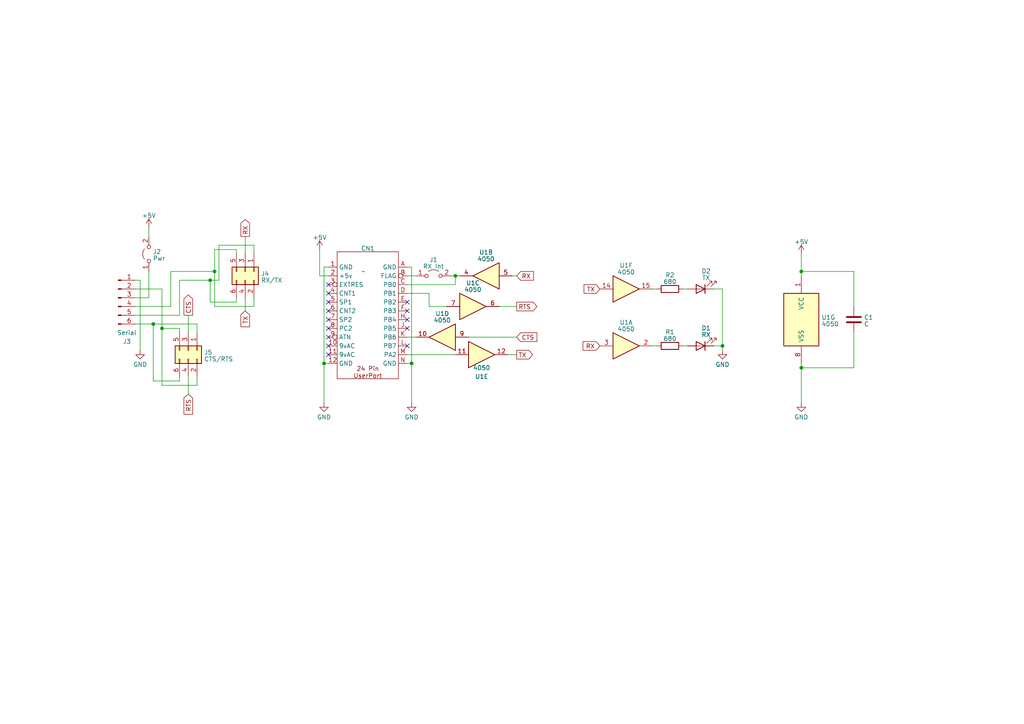
<source format=kicad_sch>
(kicad_sch (version 20230121) (generator eeschema)
  (paper "A4")
  (lib_symbols
    (symbol "4xxx:4050" (pin_names (offset 1.016))
      (property "Reference" "U" (at 0 1.27 0))
      (property "Value" "4050" (at 0 -1.27 0))
      (symbol "4050_1_0"
        (polyline (pts (xy -3.81 3.81) (xy -3.81 -3.81) (xy 3.81 0) (xy -3.81 3.81)) (stroke (width 0.254)) (fill (type background)))
        (pin output line (at 7.62 0 180) (length 3.81) (name "~") (number "2"))
        (pin input line (at -7.62 0 0) (length 3.81) (name "~") (number "3"))
      )
      (symbol "4050_2_0"
        (polyline (pts (xy -3.81 3.81) (xy -3.81 -3.81) (xy 3.81 0) (xy -3.81 3.81)) (stroke (width 0.254)) (fill (type background)))
        (pin output line (at 7.62 0 180) (length 3.81) (name "~") (number "4"))
        (pin input line (at -7.62 0 0) (length 3.81) (name "~") (number "5"))
      )
      (symbol "4050_3_0"
        (polyline (pts (xy -3.81 3.81) (xy -3.81 -3.81) (xy 3.81 0) (xy -3.81 3.81)) (stroke (width 0.254)) (fill (type background)))
        (pin output line (at 7.62 0 180) (length 3.81) (name "~") (number "6"))
        (pin input line (at -7.62 0 0) (length 3.81) (name "~") (number "7"))
      )
      (symbol "4050_4_0"
        (polyline (pts (xy -3.81 3.81) (xy -3.81 -3.81) (xy 3.81 0) (xy -3.81 3.81)) (stroke (width 0.254)) (fill (type background)))
        (pin output line (at 7.62 0 180) (length 3.81) (name "~") (number "10"))
        (pin input line (at -7.62 0 0) (length 3.81) (name "~") (number "9"))
      )
      (symbol "4050_5_0"
        (polyline (pts (xy -3.81 3.81) (xy -3.81 -3.81) (xy 3.81 0) (xy -3.81 3.81)) (stroke (width 0.254)) (fill (type background)))
        (pin input line (at -7.62 0 0) (length 3.81) (name "~") (number "11"))
        (pin output line (at 7.62 0 180) (length 3.81) (name "~") (number "12"))
      )
      (symbol "4050_6_0"
        (polyline (pts (xy -3.81 3.81) (xy -3.81 -3.81) (xy 3.81 0) (xy -3.81 3.81)) (stroke (width 0.254)) (fill (type background)))
        (pin input line (at -7.62 0 0) (length 3.81) (name "~") (number "14"))
        (pin output line (at 7.62 0 180) (length 3.81) (name "~") (number "15"))
      )
      (symbol "4050_7_0"
        (pin power_in line (at 0 12.7 270) (length 5.08) (name "VCC") (number "1"))
        (pin power_in line (at 0 -12.7 90) (length 5.08) (name "VSS") (number "8"))
      )
      (symbol "4050_7_1"
        (rectangle (start -5.08 7.62) (end 5.08 -7.62) (stroke (width 0.254)) (fill (type background)))
      )
    )
    (symbol "Connector:Conn_01x06_Pin" (pin_names (offset 1.016) hide)
      (property "Reference" "J" (at 0 7.62 0))
      (property "Value" "Conn_01x06_Pin" (at 0 -10.16 0))
      (symbol "Conn_01x06_Pin_1_1"
        (polyline (pts (xy 1.27 -7.62) (xy 0.8636 -7.62)) (stroke (width 0.1524)))
        (polyline (pts (xy 1.27 -5.08) (xy 0.8636 -5.08)) (stroke (width 0.1524)))
        (polyline (pts (xy 1.27 -2.54) (xy 0.8636 -2.54)) (stroke (width 0.1524)))
        (polyline (pts (xy 1.27 0) (xy 0.8636 0)) (stroke (width 0.1524)))
        (polyline (pts (xy 1.27 2.54) (xy 0.8636 2.54)) (stroke (width 0.1524)))
        (polyline (pts (xy 1.27 5.08) (xy 0.8636 5.08)) (stroke (width 0.1524)))
        (rectangle (start 0.8636 -7.493) (end 0 -7.747) (stroke (width 0.1524)) (fill (type outline)))
        (rectangle (start 0.8636 -4.953) (end 0 -5.207) (stroke (width 0.1524)) (fill (type outline)))
        (rectangle (start 0.8636 -2.413) (end 0 -2.667) (stroke (width 0.1524)) (fill (type outline)))
        (rectangle (start 0.8636 0.127) (end 0 -0.127) (stroke (width 0.1524)) (fill (type outline)))
        (rectangle (start 0.8636 2.667) (end 0 2.413) (stroke (width 0.1524)) (fill (type outline)))
        (rectangle (start 0.8636 5.207) (end 0 4.953) (stroke (width 0.1524)) (fill (type outline)))
        (pin passive line (at 5.08 5.08 180) (length 3.81) (name "Pin_1") (number "1"))
        (pin passive line (at 5.08 2.54 180) (length 3.81) (name "Pin_2") (number "2"))
        (pin passive line (at 5.08 0 180) (length 3.81) (name "Pin_3") (number "3"))
        (pin passive line (at 5.08 -2.54 180) (length 3.81) (name "Pin_4") (number "4"))
        (pin passive line (at 5.08 -5.08 180) (length 3.81) (name "Pin_5") (number "5"))
        (pin passive line (at 5.08 -7.62 180) (length 3.81) (name "Pin_6") (number "6"))
      )
    )
    (symbol "Connector_Generic:Conn_02x03_Odd_Even" (pin_names (offset 1.016) hide)
      (property "Reference" "J" (at 1.27 5.08 0))
      (property "Value" "Conn_02x03_Odd_Even" (at 1.27 -5.08 0))
      (symbol "Conn_02x03_Odd_Even_1_1"
        (rectangle (start -1.27 -2.413) (end 0 -2.667) (stroke (width 0.1524)))
        (rectangle (start -1.27 0.127) (end 0 -0.127) (stroke (width 0.1524)))
        (rectangle (start -1.27 2.667) (end 0 2.413) (stroke (width 0.1524)))
        (rectangle (start -1.27 3.81) (end 3.81 -3.81) (stroke (width 0.254)) (fill (type background)))
        (rectangle (start 3.81 -2.413) (end 2.54 -2.667) (stroke (width 0.1524)))
        (rectangle (start 3.81 0.127) (end 2.54 -0.127) (stroke (width 0.1524)))
        (rectangle (start 3.81 2.667) (end 2.54 2.413) (stroke (width 0.1524)))
        (pin passive line (at -5.08 2.54 0) (length 3.81) (name "Pin_1") (number "1"))
        (pin passive line (at 7.62 2.54 180) (length 3.81) (name "Pin_2") (number "2"))
        (pin passive line (at -5.08 0 0) (length 3.81) (name "Pin_3") (number "3"))
        (pin passive line (at 7.62 0 180) (length 3.81) (name "Pin_4") (number "4"))
        (pin passive line (at -5.08 -2.54 0) (length 3.81) (name "Pin_5") (number "5"))
        (pin passive line (at 7.62 -2.54 180) (length 3.81) (name "Pin_6") (number "6"))
      )
    )
    (symbol "Device:C" (pin_numbers hide) (pin_names (offset 0.254))
      (property "Reference" "C" (at 0.635 2.54 0))
      (property "Value" "C" (at 0.635 -2.54 0))
      (symbol "C_0_1"
        (polyline (pts (xy -2.032 -0.762) (xy 2.032 -0.762)) (stroke (width 0.508)))
        (polyline (pts (xy -2.032 0.762) (xy 2.032 0.762)) (stroke (width 0.508)))
      )
      (symbol "C_1_1"
        (pin passive line (at 0 3.81 270) (length 2.794) (name "~") (number "1"))
        (pin passive line (at 0 -3.81 90) (length 2.794) (name "~") (number "2"))
      )
    )
    (symbol "Device:LED" (pin_numbers hide) (pin_names (offset 1.016) hide)
      (property "Reference" "D" (at 0 2.54 0))
      (property "Value" "LED" (at 0 -2.54 0))
      (symbol "LED_0_1"
        (polyline (pts (xy -1.27 -1.27) (xy -1.27 1.27)) (stroke (width 0.254)))
        (polyline (pts (xy -1.27 0) (xy 1.27 0)))
        (polyline (pts (xy 1.27 -1.27) (xy 1.27 1.27) (xy -1.27 0) (xy 1.27 -1.27)) (stroke (width 0.254)))
        (polyline (pts (xy -3.048 -0.762) (xy -4.572 -2.286) (xy -3.81 -2.286) (xy -4.572 -2.286) (xy -4.572 -1.524)))
        (polyline (pts (xy -1.778 -0.762) (xy -3.302 -2.286) (xy -2.54 -2.286) (xy -3.302 -2.286) (xy -3.302 -1.524)))
      )
      (symbol "LED_1_1"
        (pin passive line (at -3.81 0 0) (length 2.54) (name "K") (number "1"))
        (pin passive line (at 3.81 0 180) (length 2.54) (name "A") (number "2"))
      )
    )
    (symbol "Device:R" (pin_numbers hide) (pin_names (offset 0))
      (property "Reference" "R" (at 2.032 0 90))
      (property "Value" "R" (at 0 0 90))
      (symbol "R_0_1"
        (rectangle (start -1.016 -2.54) (end 1.016 2.54) (stroke (width 0.254)))
      )
      (symbol "R_1_1"
        (pin passive line (at 0 3.81 270) (length 1.27) (name "~") (number "1"))
        (pin passive line (at 0 -3.81 90) (length 1.27) (name "~") (number "2"))
      )
    )
    (symbol "Jumper:Jumper_2_Open" (pin_names (offset 0) hide)
      (property "Reference" "JP" (at 0 2.794 0))
      (property "Value" "Jumper_2_Open" (at 0 -2.286 0))
      (symbol "Jumper_2_Open_0_0"
        (circle (center -2.032 0) (radius 0.508))
        (circle (center 2.032 0) (radius 0.508))
      )
      (symbol "Jumper_2_Open_0_1"
        (arc (start 1.524 1.27) (mid 0 1.778) (end -1.524 1.27))
      )
      (symbol "Jumper_2_Open_1_1"
        (pin passive line (at -5.08 0 0) (length 2.54) (name "A") (number "1"))
        (pin passive line (at 5.08 0 180) (length 2.54) (name "B") (number "2"))
      )
    )
    (symbol "UserPort_commodore:userport_cbm"
      (property "Reference" "CN1" (at 0 7.9469 0))
      (property "Value" "~" (at -1.27 1.27 0))
      (symbol "userport_cbm_0_1"
        (polyline (pts (xy -8.89 6.985) (xy -8.89 -29.845) (xy 8.89 -29.845) (xy 8.89 6.985) (xy -8.89 6.985) (xy -8.89 6.985)))
      )
      (symbol "userport_cbm_1_1"
        (text "24 Pin\nUserPort" (at 0 -27.94 0) (effects (font (size 1.27 1.27))))
        (pin power_out line (at -11.43 2.54 0) (length 2.54) (name "GND") (number "1"))
        (pin power_out line (at -11.43 -20.32 0) (length 2.54) (name "9vAC") (number "10"))
        (pin power_out line (at -11.43 -22.86 0) (length 2.54) (name "9vAC") (number "11"))
        (pin power_out line (at -11.43 -25.4 0) (length 2.54) (name "GND") (number "12"))
        (pin power_out line (at -11.43 0 0) (length 2.54) (name "+5v") (number "2"))
        (pin input inverted (at -11.43 -2.54 0) (length 2.54) (name "EXTRES") (number "3"))
        (pin input line (at -11.43 -5.08 0) (length 2.54) (name "CNT1") (number "4"))
        (pin bidirectional line (at -11.43 -7.62 0) (length 2.54) (name "SP1") (number "5"))
        (pin input line (at -11.43 -10.16 0) (length 2.54) (name "CNT2") (number "6"))
        (pin bidirectional line (at -11.43 -12.7 0) (length 2.54) (name "SP2") (number "7"))
        (pin output line (at -11.43 -15.24 0) (length 2.54) (name "PC2") (number "8"))
        (pin output inverted (at -11.43 -17.78 0) (length 2.54) (name "ATN") (number "9"))
        (pin power_out line (at 11.43 2.54 180) (length 2.54) (name "GND") (number "A"))
        (pin input inverted (at 11.43 0 180) (length 2.54) (name "FLAG") (number "B"))
        (pin bidirectional line (at 11.43 -2.54 180) (length 2.54) (name "PB0") (number "C"))
        (pin bidirectional line (at 11.43 -5.08 180) (length 2.54) (name "PB1") (number "D"))
        (pin bidirectional line (at 11.43 -7.62 180) (length 2.54) (name "PB2") (number "E"))
        (pin bidirectional line (at 11.43 -10.16 180) (length 2.54) (name "PB3") (number "F"))
        (pin bidirectional line (at 11.43 -12.7 180) (length 2.54) (name "PB4") (number "H"))
        (pin bidirectional line (at 11.43 -15.24 180) (length 2.54) (name "PB5") (number "J"))
        (pin bidirectional line (at 11.43 -17.78 180) (length 2.54) (name "PB6") (number "K"))
        (pin bidirectional line (at 11.43 -20.32 180) (length 2.54) (name "PB7") (number "L"))
        (pin bidirectional line (at 11.43 -22.86 180) (length 2.54) (name "PA2") (number "M"))
        (pin power_out line (at 11.43 -25.4 180) (length 2.54) (name "GND") (number "N"))
      )
    )
    (symbol "power:+5V" (power) (pin_names (offset 0))
      (property "Value" "+5V" (at 0 3.556 0))
      (symbol "+5V_0_1"
        (polyline (pts (xy -0.762 1.27) (xy 0 2.54)))
        (polyline (pts (xy 0 0) (xy 0 2.54)))
        (polyline (pts (xy 0 2.54) (xy 0.762 1.27)))
      )
      (symbol "+5V_1_1"
        (pin power_in line (at 0 0 90) (length 0) hide (name "+5V") (number "1"))
      )
    )
    (symbol "power:GND" (power) (pin_names (offset 0))
      (property "Value" "GND" (at 0 -3.81 0))
      (symbol "GND_0_1"
        (polyline (pts (xy 0 0) (xy 0 -1.27) (xy 1.27 -1.27) (xy 0 -2.54) (xy -1.27 -1.27) (xy 0 -1.27)))
      )
      (symbol "GND_1_1"
        (pin power_in line (at 0 0 270) (length 0) hide (name "GND") (number "1"))
      )
    )
  )
  (junction (at 44.45 93.98))
  (junction (at 93.98 105.41))
  (junction (at 46.99 95.25))
  (junction (at 132.08 80.01))
  (junction (at 62.23 78.74))
  (junction (at 232.41 78.74))
  (junction (at 60.96 81.28))
  (junction (at 119.38 105.41))
  (junction (at 209.55 100.33))
  (junction (at 232.41 106.68))
  (no_connect (at 118.11 90.17))
  (no_connect (at 95.25 102.87))
  (no_connect (at 118.11 100.33))
  (no_connect (at 118.11 95.25))
  (no_connect (at 95.25 97.79))
  (no_connect (at 95.25 90.17))
  (no_connect (at 95.25 100.33))
  (no_connect (at 95.25 87.63))
  (no_connect (at 95.25 85.09))
  (no_connect (at 118.11 92.71))
  (no_connect (at 95.25 92.71))
  (no_connect (at 118.11 87.63))
  (no_connect (at 95.25 95.25))
  (no_connect (at 95.25 82.55))
  (wire (pts (xy 73.66 88.9) (xy 62.23 88.9)))
  (wire (pts (xy 95.25 77.47) (xy 93.98 77.47)))
  (wire (pts (xy 132.08 80.01) (xy 133.35 80.01)))
  (wire (pts (xy 95.25 80.01) (xy 92.71 80.01)))
  (wire (pts (xy 52.07 109.22) (xy 52.07 110.49)))
  (wire (pts (xy 52.07 81.28) (xy 52.07 91.44)))
  (wire (pts (xy 73.66 73.66) (xy 73.66 71.12)))
  (wire (pts (xy 43.18 78.74) (xy 43.18 86.36)))
  (wire (pts (xy 189.23 100.33) (xy 190.5 100.33)))
  (wire (pts (xy 63.5 81.28) (xy 60.96 81.28)))
  (wire (pts (xy 198.12 83.82) (xy 199.39 83.82)))
  (wire (pts (xy 39.37 83.82) (xy 46.99 83.82)))
  (wire (pts (xy 60.96 87.63) (xy 60.96 81.28)))
  (wire (pts (xy 46.99 83.82) (xy 46.99 95.25)))
  (wire (pts (xy 52.07 96.52) (xy 52.07 95.25)))
  (wire (pts (xy 135.89 97.79) (xy 149.86 97.79)))
  (wire (pts (xy 189.23 83.82) (xy 190.5 83.82)))
  (wire (pts (xy 207.01 83.82) (xy 209.55 83.82)))
  (wire (pts (xy 130.81 80.01) (xy 132.08 80.01)))
  (wire (pts (xy 68.58 87.63) (xy 68.58 86.36)))
  (wire (pts (xy 119.38 116.84) (xy 119.38 105.41)))
  (wire (pts (xy 92.71 80.01) (xy 92.71 72.39)))
  (wire (pts (xy 247.65 78.74) (xy 247.65 88.9)))
  (wire (pts (xy 68.58 87.63) (xy 60.96 87.63)))
  (wire (pts (xy 144.78 88.9) (xy 149.86 88.9)))
  (wire (pts (xy 118.11 97.79) (xy 120.65 97.79)))
  (wire (pts (xy 232.41 73.66) (xy 232.41 78.74)))
  (wire (pts (xy 119.38 77.47) (xy 119.38 105.41)))
  (wire (pts (xy 52.07 91.44) (xy 39.37 91.44)))
  (wire (pts (xy 118.11 82.55) (xy 132.08 82.55)))
  (wire (pts (xy 46.99 95.25) (xy 46.99 111.76)))
  (wire (pts (xy 93.98 105.41) (xy 93.98 116.84)))
  (wire (pts (xy 93.98 77.47) (xy 93.98 105.41)))
  (wire (pts (xy 124.46 85.09) (xy 124.46 88.9)))
  (wire (pts (xy 44.45 110.49) (xy 44.45 93.98)))
  (wire (pts (xy 147.32 102.87) (xy 149.86 102.87)))
  (wire (pts (xy 71.12 86.36) (xy 71.12 90.17)))
  (wire (pts (xy 209.55 83.82) (xy 209.55 100.33)))
  (wire (pts (xy 232.41 78.74) (xy 232.41 80.01)))
  (wire (pts (xy 68.58 73.66) (xy 68.58 72.39)))
  (wire (pts (xy 232.41 106.68) (xy 247.65 106.68)))
  (wire (pts (xy 247.65 106.68) (xy 247.65 96.52)))
  (wire (pts (xy 118.11 80.01) (xy 120.65 80.01)))
  (wire (pts (xy 49.53 78.74) (xy 49.53 88.9)))
  (wire (pts (xy 232.41 78.74) (xy 247.65 78.74)))
  (wire (pts (xy 73.66 71.12) (xy 63.5 71.12)))
  (wire (pts (xy 73.66 86.36) (xy 73.66 88.9)))
  (wire (pts (xy 93.98 105.41) (xy 95.25 105.41)))
  (wire (pts (xy 40.64 81.28) (xy 40.64 101.6)))
  (wire (pts (xy 62.23 78.74) (xy 49.53 78.74)))
  (wire (pts (xy 68.58 72.39) (xy 62.23 72.39)))
  (wire (pts (xy 124.46 88.9) (xy 129.54 88.9)))
  (wire (pts (xy 62.23 78.74) (xy 62.23 88.9)))
  (wire (pts (xy 232.41 105.41) (xy 232.41 106.68)))
  (wire (pts (xy 43.18 66.04) (xy 43.18 68.58)))
  (wire (pts (xy 46.99 111.76) (xy 57.15 111.76)))
  (wire (pts (xy 39.37 86.36) (xy 43.18 86.36)))
  (wire (pts (xy 118.11 102.87) (xy 132.08 102.87)))
  (wire (pts (xy 71.12 68.58) (xy 71.12 73.66)))
  (wire (pts (xy 57.15 96.52) (xy 57.15 93.98)))
  (wire (pts (xy 132.08 80.01) (xy 132.08 82.55)))
  (wire (pts (xy 54.61 91.44) (xy 54.61 96.52)))
  (wire (pts (xy 52.07 110.49) (xy 44.45 110.49)))
  (wire (pts (xy 46.99 95.25) (xy 52.07 95.25)))
  (wire (pts (xy 57.15 111.76) (xy 57.15 109.22)))
  (wire (pts (xy 39.37 93.98) (xy 44.45 93.98)))
  (wire (pts (xy 207.01 100.33) (xy 209.55 100.33)))
  (wire (pts (xy 44.45 93.98) (xy 57.15 93.98)))
  (wire (pts (xy 52.07 81.28) (xy 60.96 81.28)))
  (wire (pts (xy 119.38 105.41) (xy 118.11 105.41)))
  (wire (pts (xy 118.11 85.09) (xy 124.46 85.09)))
  (wire (pts (xy 209.55 100.33) (xy 209.55 101.6)))
  (wire (pts (xy 118.11 77.47) (xy 119.38 77.47)))
  (wire (pts (xy 63.5 71.12) (xy 63.5 81.28)))
  (wire (pts (xy 148.59 80.01) (xy 149.86 80.01)))
  (wire (pts (xy 54.61 109.22) (xy 54.61 114.3)))
  (wire (pts (xy 39.37 81.28) (xy 40.64 81.28)))
  (wire (pts (xy 49.53 88.9) (xy 39.37 88.9)))
  (wire (pts (xy 232.41 106.68) (xy 232.41 116.84)))
  (wire (pts (xy 198.12 100.33) (xy 199.39 100.33)))
  (wire (pts (xy 62.23 72.39) (xy 62.23 78.74)))
  (global_label "RX" (shape input) (at 173.99 100.33 180) (property "Intersheetrefs" "${INTERSHEET_REFS}" (effects hide)))
  (global_label "CTS" (shape output) (at 54.61 91.44 90) (property "Intersheetrefs" "${INTERSHEET_REFS}" (effects hide)))
  (global_label "TX" (shape output) (at 149.86 102.87 0) (property "Intersheetrefs" "${INTERSHEET_REFS}" (effects hide)))
  (global_label "RX" (shape output) (at 71.12 68.58 90) (property "Intersheetrefs" "${INTERSHEET_REFS}" (effects hide)))
  (global_label "RTS" (shape input) (at 54.61 114.3 270) (property "Intersheetrefs" "${INTERSHEET_REFS}" (effects hide)))
  (global_label "RTS" (shape output) (at 149.86 88.9 0) (property "Intersheetrefs" "${INTERSHEET_REFS}" (effects hide)))
  (global_label "RX" (shape input) (at 149.86 80.01 0) (property "Intersheetrefs" "${INTERSHEET_REFS}" (effects hide)))
  (global_label "TX" (shape input) (at 71.12 90.17 270) (property "Intersheetrefs" "${INTERSHEET_REFS}" (effects hide)))
  (global_label "TX" (shape input) (at 173.99 83.82 180) (property "Intersheetrefs" "${INTERSHEET_REFS}" (effects hide)))
  (global_label "CTS" (shape input) (at 149.86 97.79 0) (property "Intersheetrefs" "${INTERSHEET_REFS}" (effects hide)))
  (symbol (lib_id "Device:LED") (at 203.2 83.82 180) (unit 1)
    (property "Reference" "D2" (at 204.7875 78.6511 0))
    (property "Value" "TX" (at 204.7875 80.5721 0))
    (property "Footprint" "LED_THT:LED_D3.0mm" (effects hide))
  )
  (symbol (lib_id "Jumper:Jumper_2_Open") (at 43.18 73.66 90) (unit 1)
    (property "Reference" "J2" (at 44.323 73.0163 90) (effects (justify right)))
    (property "Value" "Pwr" (at 44.323 74.9373 90) (effects (justify right)))
    (property "Footprint" "Connector_PinHeader_2.54mm:PinHeader_1x02_P2.54mm_Vertical" (effects hide))
  )
  (symbol (lib_id "Jumper:Jumper_2_Open") (at 125.73 80.01 0) (unit 1)
    (property "Reference" "J1" (at 125.73 75.3491 0))
    (property "Value" "RX Int" (at 125.73 77.2701 0))
    (property "Footprint" "Connector_PinHeader_2.54mm:PinHeader_1x02_P2.54mm_Vertical" (effects hide))
  )
  (symbol (lib_id "4xxx:4050") (at 128.27 97.79 180) (unit 4)
    (property "Reference" "U1" (at 128.27 90.9701 0))
    (property "Value" "4050" (at 128.27 92.8911 0))
    (property "Footprint" "Package_DIP:DIP-16_W7.62mm_Socket" (effects hide))
    (property "Datasheet" "http://www.intersil.com/content/dam/intersil/documents/cd40/cd4050bms.pdf" (effects hide))
  )
  (symbol (lib_id "Connector_Generic:Conn_02x03_Odd_Even") (at 71.12 78.74 270) (unit 1)
    (property "Reference" "J4" (at 75.692 79.3663 90) (effects (justify left)))
    (property "Value" "RX/TX" (at 75.692 81.2873 90) (effects (justify left)))
    (property "Footprint" "Connector_PinHeader_2.54mm:PinHeader_2x03_P2.54mm_Vertical" (effects hide))
  )
  (symbol (lib_id "Connector_Generic:Conn_02x03_Odd_Even") (at 54.61 101.6 270) (unit 1)
    (property "Reference" "J5" (at 59.182 102.2263 90) (effects (justify left)))
    (property "Value" "CTS/RTS" (at 59.182 104.1473 90) (effects (justify left)))
    (property "Footprint" "Connector_PinHeader_2.54mm:PinHeader_2x03_P2.54mm_Vertical" (effects hide))
  )
  (symbol (lib_id "4xxx:4050") (at 137.16 88.9 0) (unit 3)
    (property "Reference" "U1" (at 137.16 82.0801 0))
    (property "Value" "4050" (at 137.16 84.0011 0))
    (property "Footprint" "Package_DIP:DIP-16_W7.62mm_Socket" (effects hide))
    (property "Datasheet" "http://www.intersil.com/content/dam/intersil/documents/cd40/cd4050bms.pdf" (effects hide))
  )
  (symbol (lib_id "Device:LED") (at 203.2 100.33 180) (unit 1)
    (property "Reference" "D1" (at 204.7875 95.1611 0))
    (property "Value" "RX" (at 204.7875 97.0821 0))
    (property "Footprint" "LED_THT:LED_D3.0mm" (effects hide))
  )
  (symbol (lib_id "power:GND") (at 93.98 116.84 0) (unit 1)
    (property "Reference" "#PWR05" (effects hide))
    (property "Value" "GND" (at 93.98 120.9755 0))
  )
  (symbol (lib_id "4xxx:4050") (at 181.61 100.33 0) (unit 1)
    (property "Reference" "U1" (at 181.61 93.5101 0))
    (property "Value" "4050" (at 181.61 95.4311 0))
    (property "Footprint" "Package_DIP:DIP-16_W7.62mm_Socket" (effects hide))
    (property "Datasheet" "http://www.intersil.com/content/dam/intersil/documents/cd40/cd4050bms.pdf" (effects hide))
  )
  (symbol (lib_id "power:GND") (at 209.55 101.6 0) (unit 1)
    (property "Reference" "#PWR08" (effects hide))
    (property "Value" "GND" (at 209.55 105.7355 0))
  )
  (symbol (lib_id "4xxx:4050") (at 139.7 102.87 0) (unit 5)
    (property "Reference" "U1" (at 139.7 109.22 0))
    (property "Value" "4050" (at 139.7 106.68 0))
    (property "Footprint" "Package_DIP:DIP-16_W7.62mm_Socket" (effects hide))
    (property "Datasheet" "http://www.intersil.com/content/dam/intersil/documents/cd40/cd4050bms.pdf" (effects hide))
  )
  (symbol (lib_id "Connector:Conn_01x06_Pin") (at 34.29 86.36 0) (unit 1)
    (property "Reference" "J3" (at 36.83 99.06 0))
    (property "Value" "Serial" (at 36.83 96.52 0))
    (property "Footprint" "Connector_PinHeader_2.54mm:PinHeader_1x06_P2.54mm_Horizontal" (effects hide))
  )
  (symbol (lib_id "power:GND") (at 40.64 101.6 0) (unit 1)
    (property "Reference" "#PWR04" (effects hide))
    (property "Value" "GND" (at 40.64 105.7355 0))
  )
  (symbol (lib_id "4xxx:4050") (at 232.41 92.71 0) (unit 7)
    (property "Reference" "U1" (at 238.252 92.0663 0) (effects (justify left)))
    (property "Value" "4050" (at 238.252 93.9873 0) (effects (justify left)))
    (property "Footprint" "Package_DIP:DIP-16_W7.62mm_Socket" (effects hide))
    (property "Datasheet" "http://www.intersil.com/content/dam/intersil/documents/cd40/cd4050bms.pdf" (effects hide))
  )
  (symbol (lib_id "Device:R") (at 194.31 83.82 90) (unit 1)
    (property "Reference" "R2" (at 194.31 79.7941 90))
    (property "Value" "680" (at 194.31 81.7151 90))
    (property "Footprint" "Resistor_THT:R_Axial_DIN0207_L6.3mm_D2.5mm_P10.16mm_Horizontal" (effects hide))
  )
  (symbol (lib_id "UserPort_commodore:userport_cbm") (at 106.68 80.01 0) (unit 1)
    (property "Reference" "CN1" (at 106.68 72.0631 0))
    (property "Value" "~" (at 105.41 78.74 0))
    (property "Footprint" "userport_cbm:userport_cbm" (effects hide))
  )
  (symbol (lib_id "power:+5V") (at 43.18 66.04 0) (unit 1)
    (property "Reference" "#PWR03" (effects hide))
    (property "Value" "+5V" (at 43.18 62.5381 0))
  )
  (symbol (lib_id "4xxx:4050") (at 181.61 83.82 0) (unit 6)
    (property "Reference" "U1" (at 181.61 77.0001 0))
    (property "Value" "4050" (at 181.61 78.9211 0))
    (property "Footprint" "Package_DIP:DIP-16_W7.62mm_Socket" (effects hide))
    (property "Datasheet" "http://www.intersil.com/content/dam/intersil/documents/cd40/cd4050bms.pdf" (effects hide))
  )
  (symbol (lib_id "power:GND") (at 119.38 116.84 0) (unit 1)
    (property "Reference" "#PWR06" (effects hide))
    (property "Value" "GND" (at 119.38 120.9755 0))
  )
  (symbol (lib_id "Device:C") (at 247.65 92.71 0) (unit 1)
    (property "Reference" "C1" (at 250.571 92.0663 0) (effects (justify left)))
    (property "Value" "C" (at 250.571 93.9873 0) (effects (justify left)))
    (property "Footprint" "Capacitor_THT:CP_Radial_D4.0mm_P1.50mm" (effects hide))
  )
  (symbol (lib_id "Device:R") (at 194.31 100.33 90) (unit 1)
    (property "Reference" "R1" (at 194.31 96.3041 90))
    (property "Value" "680" (at 194.31 98.2251 90))
    (property "Footprint" "Resistor_THT:R_Axial_DIN0207_L6.3mm_D2.5mm_P10.16mm_Horizontal" (effects hide))
  )
  (symbol (lib_id "power:+5V") (at 92.71 72.39 0) (unit 1)
    (property "Reference" "#PWR01" (effects hide))
    (property "Value" "+5V" (at 92.71 68.8881 0))
  )
  (symbol (lib_id "4xxx:4050") (at 140.97 80.01 180) (unit 2)
    (property "Reference" "U1" (at 140.97 73.1901 0))
    (property "Value" "4050" (at 140.97 75.1111 0))
    (property "Footprint" "Package_DIP:DIP-16_W7.62mm_Socket" (effects hide))
    (property "Datasheet" "http://www.intersil.com/content/dam/intersil/documents/cd40/cd4050bms.pdf" (effects hide))
  )
  (symbol (lib_id "power:GND") (at 232.41 116.84 0) (unit 1)
    (property "Reference" "#PWR07" (effects hide))
    (property "Value" "GND" (at 232.41 120.9755 0))
  )
  (symbol (lib_id "power:+5V") (at 232.41 73.66 0) (unit 1)
    (property "Reference" "#PWR02" (effects hide))
    (property "Value" "+5V" (at 232.41 70.1581 0))
  )
)
</source>
